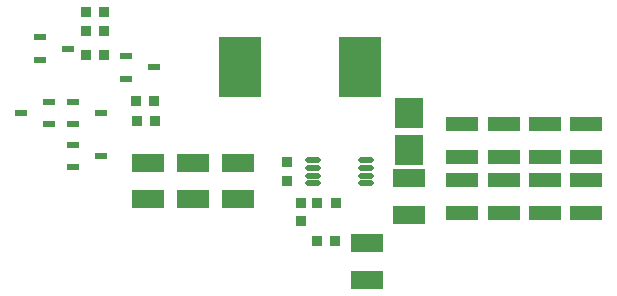
<source format=gtp>
G04*
G04 #@! TF.GenerationSoftware,Altium Limited,Altium Designer,19.1.8 (144)*
G04*
G04 Layer_Color=8421504*
%FSLAX42Y42*%
%MOMM*%
G71*
G01*
G75*
%ADD14R,1.00X0.60*%
%ADD15R,0.85X0.90*%
%ADD16R,3.60X5.10*%
%ADD17O,1.35X0.50*%
%ADD18R,0.90X0.85*%
%ADD19R,2.80X1.50*%
%ADD20R,2.40X2.55*%
%ADD21R,2.70X1.30*%
D14*
X1540Y2192D02*
D03*
X1300Y2098D02*
D03*
Y2288D02*
D03*
X1093Y1805D02*
D03*
X852Y1710D02*
D03*
Y1900D02*
D03*
Y1538D02*
D03*
Y1348D02*
D03*
X1093Y1443D02*
D03*
X650Y1710D02*
D03*
Y1900D02*
D03*
X410Y1805D02*
D03*
X570Y2448D02*
D03*
Y2258D02*
D03*
X810Y2352D02*
D03*
D15*
X1393Y1735D02*
D03*
X1548D02*
D03*
X1543Y1912D02*
D03*
X1388D02*
D03*
X965Y2295D02*
D03*
X1120D02*
D03*
X1115Y2502D02*
D03*
X960D02*
D03*
X962Y2662D02*
D03*
X1118D02*
D03*
X3073Y725D02*
D03*
X2917D02*
D03*
X3077Y1043D02*
D03*
X2923D02*
D03*
D16*
X3280Y2200D02*
D03*
X2270D02*
D03*
D17*
X2888Y1407D02*
D03*
Y1343D02*
D03*
Y1277D02*
D03*
Y1212D02*
D03*
X3333Y1407D02*
D03*
Y1343D02*
D03*
Y1277D02*
D03*
Y1212D02*
D03*
D18*
X2662Y1232D02*
D03*
Y1388D02*
D03*
X2785Y890D02*
D03*
Y1045D02*
D03*
D19*
X2248Y1075D02*
D03*
Y1385D02*
D03*
X1485Y1075D02*
D03*
Y1385D02*
D03*
X1867Y1075D02*
D03*
Y1385D02*
D03*
X3700Y945D02*
D03*
Y1255D02*
D03*
X3345Y703D02*
D03*
Y392D02*
D03*
D20*
X3700Y1805D02*
D03*
Y1495D02*
D03*
D21*
X5200Y1240D02*
D03*
Y960D02*
D03*
X4850Y1240D02*
D03*
Y960D02*
D03*
X4500Y1240D02*
D03*
Y960D02*
D03*
X4150Y1240D02*
D03*
Y960D02*
D03*
X5200Y1430D02*
D03*
Y1710D02*
D03*
X4850Y1430D02*
D03*
Y1710D02*
D03*
X4500Y1430D02*
D03*
Y1710D02*
D03*
X4150Y1430D02*
D03*
Y1710D02*
D03*
M02*

</source>
